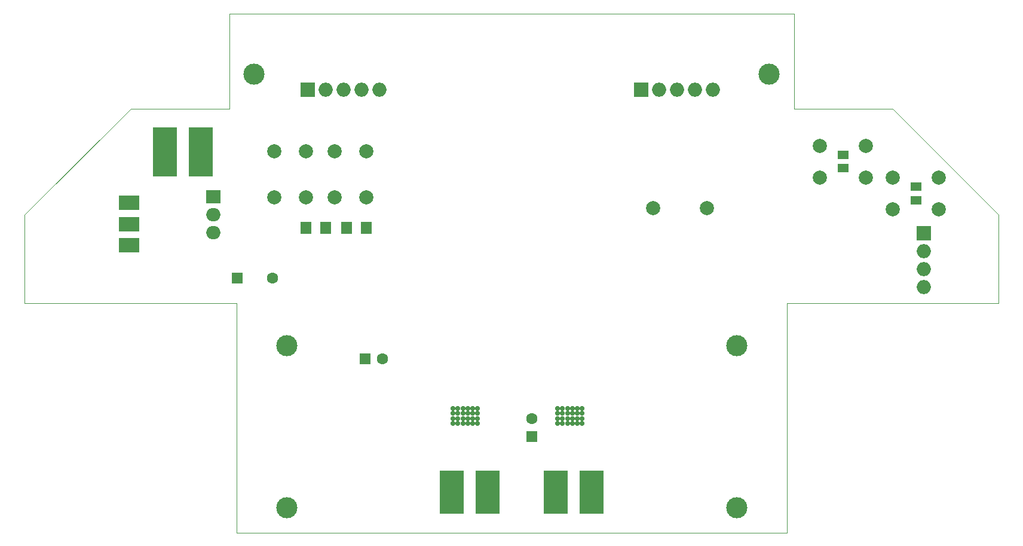
<source format=gbr>
%TF.GenerationSoftware,KiCad,Pcbnew,(7.0.0)*%
%TF.CreationDate,2023-10-30T21:57:29-03:00*%
%TF.ProjectId,Main_Board_COYOTE_TB67H451AFNG,4d61696e-5f42-46f6-9172-645f434f594f,rev?*%
%TF.SameCoordinates,Original*%
%TF.FileFunction,Soldermask,Bot*%
%TF.FilePolarity,Negative*%
%FSLAX46Y46*%
G04 Gerber Fmt 4.6, Leading zero omitted, Abs format (unit mm)*
G04 Created by KiCad (PCBNEW (7.0.0)) date 2023-10-30 21:57:29*
%MOMM*%
%LPD*%
G01*
G04 APERTURE LIST*
%ADD10R,3.000000X2.000000*%
%ADD11C,0.700000*%
%ADD12R,3.500000X6.160000*%
%ADD13R,3.500000X6.180000*%
%ADD14C,3.000000*%
%ADD15C,2.000000*%
%ADD16R,2.000000X2.000000*%
%ADD17O,2.000000X2.000000*%
%ADD18R,1.600000X1.600000*%
%ADD19C,1.600000*%
%ADD20R,3.500000X7.000000*%
%ADD21R,2.000000X1.905000*%
%ADD22O,2.000000X1.905000*%
%ADD23R,1.498600X1.300480*%
%ADD24R,1.600200X1.803400*%
%TA.AperFunction,Profile*%
%ADD25C,0.100000*%
%TD*%
G04 APERTURE END LIST*
D10*
%TO.C,SW1*%
X94042499Y-98238999D03*
X94042499Y-104238999D03*
X94042499Y-101238999D03*
%TD*%
D11*
%TO.C,J6*%
X138940000Y-136710000D03*
X138940000Y-137330000D03*
X138940000Y-137930000D03*
X138940000Y-138550000D03*
X139540000Y-136710000D03*
X139540000Y-137330000D03*
X139540000Y-137930000D03*
X139540000Y-138550000D03*
D12*
X139799999Y-139209999D03*
D11*
X140140000Y-136690000D03*
X140140000Y-137310000D03*
X140140000Y-137910000D03*
X140140000Y-138530000D03*
X140740000Y-136710000D03*
X140740000Y-137330000D03*
X140740000Y-137930000D03*
X140740000Y-138550000D03*
X144040000Y-136710000D03*
X144040000Y-137330000D03*
X144040000Y-137930000D03*
X144040000Y-138550000D03*
X144640000Y-136710000D03*
X144640000Y-137330000D03*
X144640000Y-137930000D03*
X144640000Y-138550000D03*
D13*
X144879999Y-139199999D03*
D11*
X145240000Y-136710000D03*
X145240000Y-137330000D03*
X145240000Y-137930000D03*
X145240000Y-138550000D03*
X145840000Y-136710000D03*
X145840000Y-137330000D03*
X145840000Y-137930000D03*
X145840000Y-138550000D03*
%TD*%
D14*
%TO.C,H1*%
X116382500Y-118410000D03*
%TD*%
D15*
%TO.C,EN1*%
X191972500Y-90131000D03*
X198472500Y-90131000D03*
X191972500Y-94631000D03*
X198472500Y-94631000D03*
%TD*%
D16*
%TO.C,J3*%
X166586249Y-82204999D03*
D17*
X169126249Y-82204999D03*
X171666249Y-82204999D03*
X174206249Y-82204999D03*
X176746249Y-82204999D03*
%TD*%
D15*
%TO.C,BOOT1*%
X202281250Y-94631000D03*
X208781250Y-94631000D03*
X202281250Y-99131000D03*
X208781250Y-99131000D03*
%TD*%
%TO.C,SW2*%
X114642500Y-97430000D03*
X114642500Y-90930000D03*
X119142500Y-97430000D03*
X119142500Y-90930000D03*
%TD*%
D18*
%TO.C,C11*%
X127504887Y-120329999D03*
D19*
X130004888Y-120330000D03*
%TD*%
D16*
%TO.C,J4*%
X119421249Y-82204999D03*
D17*
X121961249Y-82204999D03*
X124501249Y-82204999D03*
X127041249Y-82204999D03*
X129581249Y-82204999D03*
%TD*%
D14*
%TO.C,H2*%
X180178850Y-118410000D03*
%TD*%
D11*
%TO.C,J2*%
X98220000Y-91200000D03*
X98220000Y-91820000D03*
X98220000Y-92420000D03*
X98220000Y-93040000D03*
X98820000Y-91200000D03*
X98820000Y-91820000D03*
X98820000Y-92420000D03*
X98820000Y-93040000D03*
D20*
X99179999Y-90959999D03*
D11*
X99420000Y-91200000D03*
X99420000Y-91820000D03*
X99420000Y-92420000D03*
X99420000Y-93040000D03*
X100020000Y-91200000D03*
X100020000Y-91820000D03*
X100020000Y-92420000D03*
X100020000Y-93040000D03*
X103320000Y-91200000D03*
X103320000Y-91820000D03*
X103320000Y-92420000D03*
X103320000Y-93040000D03*
X103920000Y-91220000D03*
X103920000Y-91840000D03*
X103920000Y-92440000D03*
X103920000Y-93060000D03*
D20*
X104259999Y-90959999D03*
D11*
X104520000Y-91200000D03*
X104520000Y-91820000D03*
X104520000Y-92420000D03*
X104520000Y-93040000D03*
X105120000Y-91200000D03*
X105120000Y-91820000D03*
X105120000Y-92420000D03*
X105120000Y-93040000D03*
%TD*%
D14*
%TO.C,H5*%
X184781250Y-79980000D03*
%TD*%
D11*
%TO.C,U4*%
X158275000Y-129440000D03*
X158275000Y-128740000D03*
X158275000Y-128040000D03*
X158275000Y-127340000D03*
X157575000Y-129440000D03*
X157575000Y-128740000D03*
X157575000Y-128040000D03*
X157575000Y-127340000D03*
X156875000Y-129440000D03*
X156875000Y-128740000D03*
X156875000Y-128040000D03*
X156875000Y-127340000D03*
X156175000Y-129440000D03*
X156175000Y-128740000D03*
X156175000Y-128040000D03*
X156175000Y-127340000D03*
X155475000Y-129440000D03*
X155475000Y-128740000D03*
X155475000Y-128040000D03*
X155475000Y-127340000D03*
X154775000Y-129440000D03*
X154775000Y-128740000D03*
X154775000Y-128040000D03*
X154775000Y-127340000D03*
%TD*%
%TO.C,J5*%
X153683321Y-136710000D03*
X153683321Y-137330000D03*
X153683321Y-137930000D03*
X153683321Y-138550000D03*
X154283321Y-136710000D03*
X154283321Y-137330000D03*
X154283321Y-137930000D03*
X154283321Y-138550000D03*
D12*
X154543320Y-139209999D03*
D11*
X154883321Y-136690000D03*
X154883321Y-137310000D03*
X154883321Y-137910000D03*
X154883321Y-138530000D03*
X155483321Y-136710000D03*
X155483321Y-137330000D03*
X155483321Y-137930000D03*
X155483321Y-138550000D03*
X158783321Y-136710000D03*
X158783321Y-137330000D03*
X158783321Y-137930000D03*
X158783321Y-138550000D03*
X159383321Y-136710000D03*
X159383321Y-137330000D03*
X159383321Y-137930000D03*
X159383321Y-138550000D03*
D12*
X159623320Y-139209999D03*
D11*
X159983321Y-136710000D03*
X159983321Y-137330000D03*
X159983321Y-137930000D03*
X159983321Y-138550000D03*
X160583321Y-136710000D03*
X160583321Y-137330000D03*
X160583321Y-137930000D03*
X160583321Y-138550000D03*
%TD*%
D14*
%TO.C,H4*%
X116382500Y-141400000D03*
%TD*%
%TO.C,H3*%
X180178850Y-141400000D03*
%TD*%
D15*
%TO.C,BZ1*%
X168342500Y-98980000D03*
X175942500Y-98980000D03*
%TD*%
D18*
%TO.C,C12*%
X151169999Y-131269999D03*
D19*
X151170000Y-128770000D03*
%TD*%
D16*
%TO.C,J1*%
X206649999Y-102479999D03*
D17*
X206649999Y-105019999D03*
X206649999Y-107559999D03*
X206649999Y-110099999D03*
%TD*%
D21*
%TO.C,U2*%
X106042499Y-97369999D03*
D22*
X106042499Y-99909999D03*
X106042499Y-102449999D03*
%TD*%
D11*
%TO.C,U5*%
X143455000Y-129440000D03*
X143455000Y-128740000D03*
X143455000Y-128040000D03*
X143455000Y-127340000D03*
X142755000Y-129440000D03*
X142755000Y-128740000D03*
X142755000Y-128040000D03*
X142755000Y-127340000D03*
X142055000Y-129440000D03*
X142055000Y-128740000D03*
X142055000Y-128040000D03*
X142055000Y-127340000D03*
X141355000Y-129440000D03*
X141355000Y-128740000D03*
X141355000Y-128040000D03*
X141355000Y-127340000D03*
X140655000Y-129440000D03*
X140655000Y-128740000D03*
X140655000Y-128040000D03*
X140655000Y-127340000D03*
X139955000Y-129440000D03*
X139955000Y-128740000D03*
X139955000Y-128040000D03*
X139955000Y-127340000D03*
%TD*%
D18*
%TO.C,C1*%
X109359999Y-108849999D03*
D19*
X114360000Y-108850000D03*
%TD*%
D15*
%TO.C,SW3*%
X123192500Y-97430000D03*
X123192500Y-90930000D03*
X127692500Y-97430000D03*
X127692500Y-90930000D03*
%TD*%
D14*
%TO.C,H6*%
X111781250Y-79980000D03*
%TD*%
D23*
%TO.C,C7*%
X195222499Y-91422749D03*
X195222499Y-93327749D03*
%TD*%
%TO.C,C4*%
X205531249Y-95922749D03*
X205531249Y-97827749D03*
%TD*%
D24*
%TO.C,R8*%
X124898499Y-101779999D03*
X127692499Y-101779999D03*
%TD*%
%TO.C,R7*%
X121936499Y-101779999D03*
X119142499Y-101779999D03*
%TD*%
D25*
X187281250Y-144905000D02*
X187281250Y-112405000D01*
X79281250Y-99905000D02*
X79281250Y-112405000D01*
X217281250Y-112405000D02*
X217281250Y-99905000D01*
X108281250Y-71405000D02*
X108281250Y-84905000D01*
X187281250Y-112405000D02*
X217281250Y-112405000D01*
X109281250Y-112405000D02*
X109281250Y-144905000D01*
X94281250Y-84905000D02*
X79281250Y-99905000D01*
X188281250Y-84905000D02*
X188281250Y-71405000D01*
X202281250Y-84905000D02*
X188281250Y-84905000D01*
X217281250Y-99905000D02*
X202281250Y-84905000D01*
X188281250Y-71405000D02*
X108281250Y-71405000D01*
X79281250Y-112405000D02*
X109281250Y-112405000D01*
X109281250Y-144905000D02*
X187281250Y-144905000D01*
X108281250Y-84905000D02*
X94281250Y-84905000D01*
M02*

</source>
